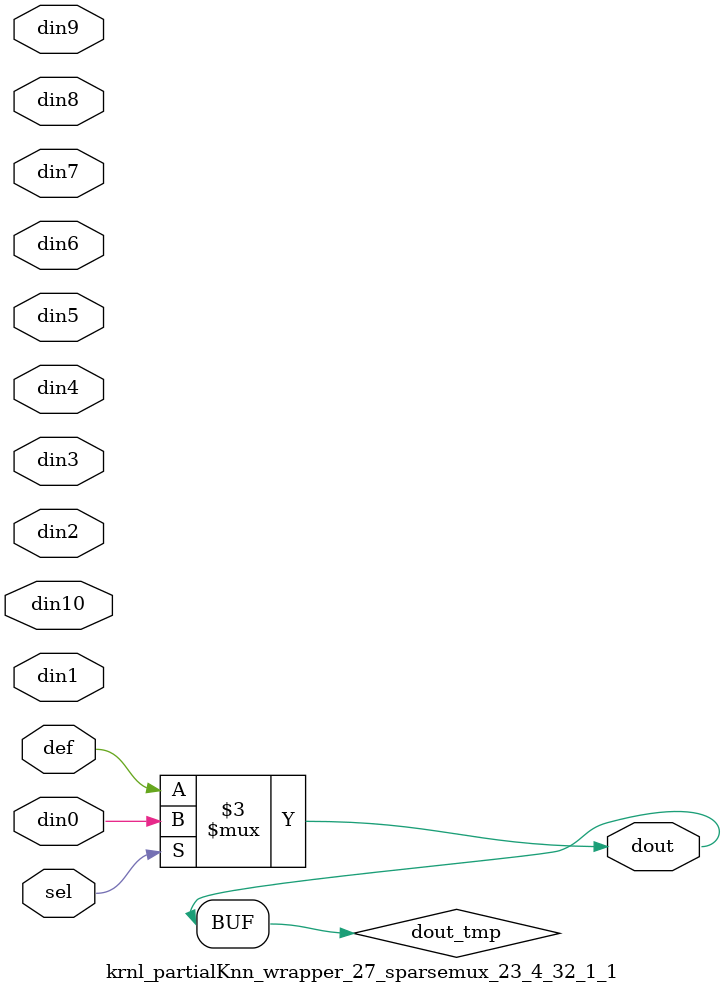
<source format=v>
`timescale 1ns / 1ps

module krnl_partialKnn_wrapper_27_sparsemux_23_4_32_1_1 (din0,din1,din2,din3,din4,din5,din6,din7,din8,din9,din10,def,sel,dout);

parameter din0_WIDTH = 1;

parameter din1_WIDTH = 1;

parameter din2_WIDTH = 1;

parameter din3_WIDTH = 1;

parameter din4_WIDTH = 1;

parameter din5_WIDTH = 1;

parameter din6_WIDTH = 1;

parameter din7_WIDTH = 1;

parameter din8_WIDTH = 1;

parameter din9_WIDTH = 1;

parameter din10_WIDTH = 1;

parameter def_WIDTH = 1;
parameter sel_WIDTH = 1;
parameter dout_WIDTH = 1;

parameter [sel_WIDTH-1:0] CASE0 = 1;

parameter [sel_WIDTH-1:0] CASE1 = 1;

parameter [sel_WIDTH-1:0] CASE2 = 1;

parameter [sel_WIDTH-1:0] CASE3 = 1;

parameter [sel_WIDTH-1:0] CASE4 = 1;

parameter [sel_WIDTH-1:0] CASE5 = 1;

parameter [sel_WIDTH-1:0] CASE6 = 1;

parameter [sel_WIDTH-1:0] CASE7 = 1;

parameter [sel_WIDTH-1:0] CASE8 = 1;

parameter [sel_WIDTH-1:0] CASE9 = 1;

parameter [sel_WIDTH-1:0] CASE10 = 1;

parameter ID = 1;
parameter NUM_STAGE = 1;



input [din0_WIDTH-1:0] din0;

input [din1_WIDTH-1:0] din1;

input [din2_WIDTH-1:0] din2;

input [din3_WIDTH-1:0] din3;

input [din4_WIDTH-1:0] din4;

input [din5_WIDTH-1:0] din5;

input [din6_WIDTH-1:0] din6;

input [din7_WIDTH-1:0] din7;

input [din8_WIDTH-1:0] din8;

input [din9_WIDTH-1:0] din9;

input [din10_WIDTH-1:0] din10;

input [def_WIDTH-1:0] def;
input [sel_WIDTH-1:0] sel;

output [dout_WIDTH-1:0] dout;



reg [dout_WIDTH-1:0] dout_tmp;

always @ (*) begin
case (sel)
    
    CASE0 : dout_tmp = din0;
    
    CASE1 : dout_tmp = din1;
    
    CASE2 : dout_tmp = din2;
    
    CASE3 : dout_tmp = din3;
    
    CASE4 : dout_tmp = din4;
    
    CASE5 : dout_tmp = din5;
    
    CASE6 : dout_tmp = din6;
    
    CASE7 : dout_tmp = din7;
    
    CASE8 : dout_tmp = din8;
    
    CASE9 : dout_tmp = din9;
    
    CASE10 : dout_tmp = din10;
    
    default : dout_tmp = def;
endcase
end


assign dout = dout_tmp;



endmodule

</source>
